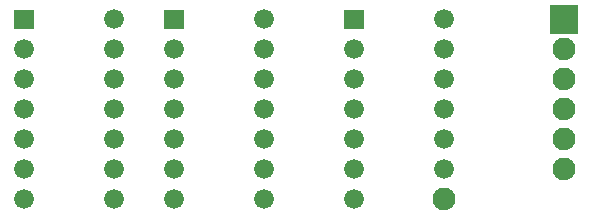
<source format=gbr>
G04 start of page 11 for group -4063 idx -4063 *
G04 Title: (unknown), componentmask *
G04 Creator: pcb 20140316 *
G04 CreationDate: Sun 25 Jul 2021 09:28:08 PM GMT UTC *
G04 For: steve *
G04 Format: Gerber/RS-274X *
G04 PCB-Dimensions (mil): 2200.00 1000.00 *
G04 PCB-Coordinate-Origin: lower left *
%MOIN*%
%FSLAX25Y25*%
%LNTOPMASK*%
%ADD68C,0.0760*%
%ADD67C,0.0660*%
%ADD66C,0.0001*%
G54D66*G36*
X26700Y83300D02*Y76700D01*
X33300D01*
Y83300D01*
X26700D01*
G37*
G54D67*X60000Y80000D03*
G54D66*G36*
X76700Y83300D02*Y76700D01*
X83300D01*
Y83300D01*
X76700D01*
G37*
G54D67*X110000Y80000D03*
G54D66*G36*
X136700Y83300D02*Y76700D01*
X143300D01*
Y83300D01*
X136700D01*
G37*
G54D67*X30000Y70000D03*
X60000D03*
X80000D03*
X110000D03*
X140000D03*
X30000Y60000D03*
X60000D03*
X80000D03*
X110000D03*
X140000D03*
X170000D03*
Y70000D03*
Y80000D03*
G54D66*G36*
X205200Y84800D02*Y75200D01*
X214800D01*
Y84800D01*
X205200D01*
G37*
G54D68*X210000Y70000D03*
Y60000D03*
Y50000D03*
Y40000D03*
Y30000D03*
G54D67*X140000Y40000D03*
Y30000D03*
X170000D03*
Y40000D03*
X140000Y50000D03*
Y20000D03*
G54D68*X170000D03*
G54D67*Y50000D03*
X30000D03*
Y40000D03*
Y30000D03*
Y20000D03*
X60000D03*
Y30000D03*
Y40000D03*
Y50000D03*
X80000D03*
Y40000D03*
Y30000D03*
Y20000D03*
X110000D03*
Y30000D03*
Y40000D03*
Y50000D03*
M02*

</source>
